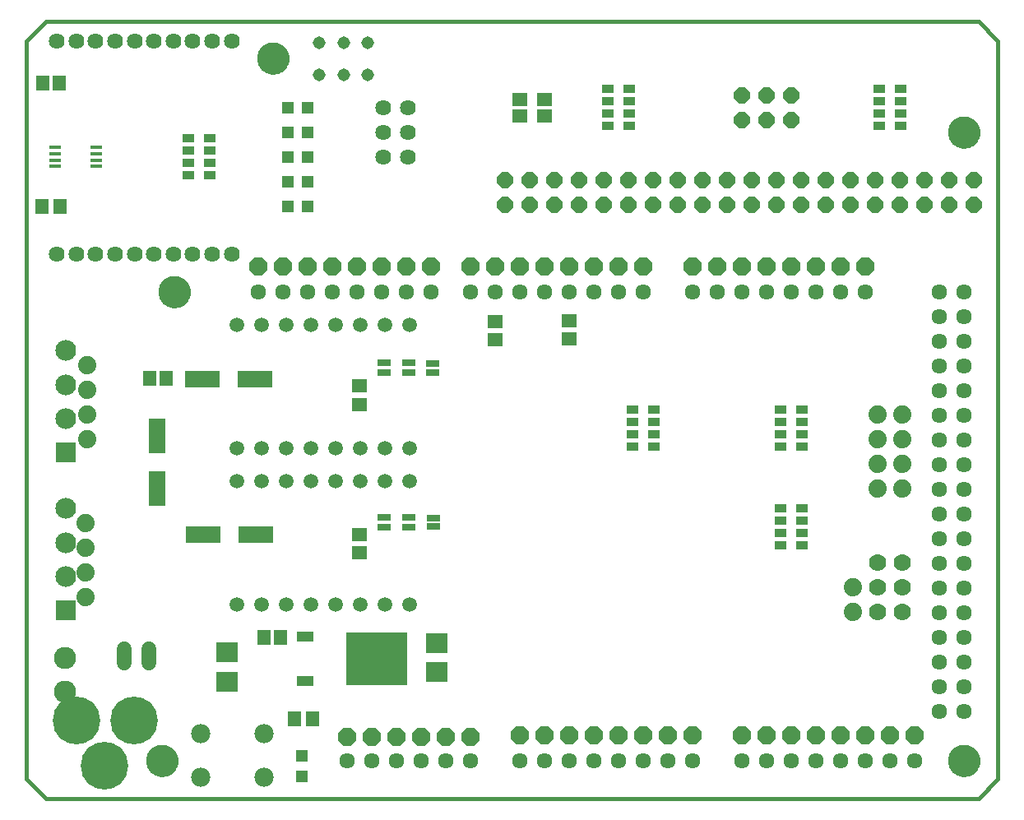
<source format=gts>
G75*
G70*
%OFA0B0*%
%FSLAX24Y24*%
%IPPOS*%
%LPD*%
%AMOC8*
5,1,8,0,0,1.08239X$1,22.5*
%
%ADD10C,0.0160*%
%ADD11C,0.0000*%
%ADD12C,0.1300*%
%ADD13C,0.0634*%
%ADD14R,0.0512X0.0512*%
%ADD15R,0.0670X0.1418*%
%ADD16R,0.0631X0.0552*%
%ADD17C,0.0740*%
%ADD18C,0.0594*%
%ADD19C,0.0640*%
%ADD20R,0.0552X0.0631*%
%ADD21R,0.1418X0.0670*%
%ADD22R,0.0906X0.0827*%
%ADD23C,0.1930*%
%ADD24C,0.0600*%
%ADD25R,0.0512X0.0158*%
%ADD26OC8,0.0640*%
%ADD27R,0.0840X0.0840*%
%ADD28C,0.0840*%
%ADD29C,0.0900*%
%ADD30C,0.0780*%
%ADD31R,0.2481X0.2166*%
%ADD32R,0.0670X0.0434*%
%ADD33R,0.0473X0.0335*%
%ADD34C,0.0516*%
%ADD35OC8,0.0740*%
%ADD36C,0.0700*%
%ADD37R,0.0540X0.0290*%
D10*
X001915Y001977D02*
X002702Y001189D01*
X040498Y001189D01*
X041285Y001977D01*
X041285Y031898D01*
X040498Y032685D01*
X002702Y032685D01*
X001915Y031898D01*
X001915Y001977D01*
D11*
X006785Y002721D02*
X006787Y002771D01*
X006793Y002821D01*
X006803Y002870D01*
X006817Y002918D01*
X006834Y002965D01*
X006855Y003010D01*
X006880Y003054D01*
X006908Y003095D01*
X006940Y003134D01*
X006974Y003171D01*
X007011Y003205D01*
X007051Y003235D01*
X007093Y003262D01*
X007137Y003286D01*
X007183Y003307D01*
X007230Y003323D01*
X007278Y003336D01*
X007328Y003345D01*
X007377Y003350D01*
X007428Y003351D01*
X007478Y003348D01*
X007527Y003341D01*
X007576Y003330D01*
X007624Y003315D01*
X007670Y003297D01*
X007715Y003275D01*
X007758Y003249D01*
X007799Y003220D01*
X007838Y003188D01*
X007874Y003153D01*
X007906Y003115D01*
X007936Y003075D01*
X007963Y003032D01*
X007986Y002988D01*
X008005Y002942D01*
X008021Y002894D01*
X008033Y002845D01*
X008041Y002796D01*
X008045Y002746D01*
X008045Y002696D01*
X008041Y002646D01*
X008033Y002597D01*
X008021Y002548D01*
X008005Y002500D01*
X007986Y002454D01*
X007963Y002410D01*
X007936Y002367D01*
X007906Y002327D01*
X007874Y002289D01*
X007838Y002254D01*
X007799Y002222D01*
X007758Y002193D01*
X007715Y002167D01*
X007670Y002145D01*
X007624Y002127D01*
X007576Y002112D01*
X007527Y002101D01*
X007478Y002094D01*
X007428Y002091D01*
X007377Y002092D01*
X007328Y002097D01*
X007278Y002106D01*
X007230Y002119D01*
X007183Y002135D01*
X007137Y002156D01*
X007093Y002180D01*
X007051Y002207D01*
X007011Y002237D01*
X006974Y002271D01*
X006940Y002308D01*
X006908Y002347D01*
X006880Y002388D01*
X006855Y002432D01*
X006834Y002477D01*
X006817Y002524D01*
X006803Y002572D01*
X006793Y002621D01*
X006787Y002671D01*
X006785Y002721D01*
X007285Y021721D02*
X007287Y021771D01*
X007293Y021821D01*
X007303Y021870D01*
X007317Y021918D01*
X007334Y021965D01*
X007355Y022010D01*
X007380Y022054D01*
X007408Y022095D01*
X007440Y022134D01*
X007474Y022171D01*
X007511Y022205D01*
X007551Y022235D01*
X007593Y022262D01*
X007637Y022286D01*
X007683Y022307D01*
X007730Y022323D01*
X007778Y022336D01*
X007828Y022345D01*
X007877Y022350D01*
X007928Y022351D01*
X007978Y022348D01*
X008027Y022341D01*
X008076Y022330D01*
X008124Y022315D01*
X008170Y022297D01*
X008215Y022275D01*
X008258Y022249D01*
X008299Y022220D01*
X008338Y022188D01*
X008374Y022153D01*
X008406Y022115D01*
X008436Y022075D01*
X008463Y022032D01*
X008486Y021988D01*
X008505Y021942D01*
X008521Y021894D01*
X008533Y021845D01*
X008541Y021796D01*
X008545Y021746D01*
X008545Y021696D01*
X008541Y021646D01*
X008533Y021597D01*
X008521Y021548D01*
X008505Y021500D01*
X008486Y021454D01*
X008463Y021410D01*
X008436Y021367D01*
X008406Y021327D01*
X008374Y021289D01*
X008338Y021254D01*
X008299Y021222D01*
X008258Y021193D01*
X008215Y021167D01*
X008170Y021145D01*
X008124Y021127D01*
X008076Y021112D01*
X008027Y021101D01*
X007978Y021094D01*
X007928Y021091D01*
X007877Y021092D01*
X007828Y021097D01*
X007778Y021106D01*
X007730Y021119D01*
X007683Y021135D01*
X007637Y021156D01*
X007593Y021180D01*
X007551Y021207D01*
X007511Y021237D01*
X007474Y021271D01*
X007440Y021308D01*
X007408Y021347D01*
X007380Y021388D01*
X007355Y021432D01*
X007334Y021477D01*
X007317Y021524D01*
X007303Y021572D01*
X007293Y021621D01*
X007287Y021671D01*
X007285Y021721D01*
X011285Y031189D02*
X011287Y031239D01*
X011293Y031289D01*
X011303Y031338D01*
X011317Y031386D01*
X011334Y031433D01*
X011355Y031478D01*
X011380Y031522D01*
X011408Y031563D01*
X011440Y031602D01*
X011474Y031639D01*
X011511Y031673D01*
X011551Y031703D01*
X011593Y031730D01*
X011637Y031754D01*
X011683Y031775D01*
X011730Y031791D01*
X011778Y031804D01*
X011828Y031813D01*
X011877Y031818D01*
X011928Y031819D01*
X011978Y031816D01*
X012027Y031809D01*
X012076Y031798D01*
X012124Y031783D01*
X012170Y031765D01*
X012215Y031743D01*
X012258Y031717D01*
X012299Y031688D01*
X012338Y031656D01*
X012374Y031621D01*
X012406Y031583D01*
X012436Y031543D01*
X012463Y031500D01*
X012486Y031456D01*
X012505Y031410D01*
X012521Y031362D01*
X012533Y031313D01*
X012541Y031264D01*
X012545Y031214D01*
X012545Y031164D01*
X012541Y031114D01*
X012533Y031065D01*
X012521Y031016D01*
X012505Y030968D01*
X012486Y030922D01*
X012463Y030878D01*
X012436Y030835D01*
X012406Y030795D01*
X012374Y030757D01*
X012338Y030722D01*
X012299Y030690D01*
X012258Y030661D01*
X012215Y030635D01*
X012170Y030613D01*
X012124Y030595D01*
X012076Y030580D01*
X012027Y030569D01*
X011978Y030562D01*
X011928Y030559D01*
X011877Y030560D01*
X011828Y030565D01*
X011778Y030574D01*
X011730Y030587D01*
X011683Y030603D01*
X011637Y030624D01*
X011593Y030648D01*
X011551Y030675D01*
X011511Y030705D01*
X011474Y030739D01*
X011440Y030776D01*
X011408Y030815D01*
X011380Y030856D01*
X011355Y030900D01*
X011334Y030945D01*
X011317Y030992D01*
X011303Y031040D01*
X011293Y031089D01*
X011287Y031139D01*
X011285Y031189D01*
X039285Y028189D02*
X039287Y028239D01*
X039293Y028289D01*
X039303Y028338D01*
X039317Y028386D01*
X039334Y028433D01*
X039355Y028478D01*
X039380Y028522D01*
X039408Y028563D01*
X039440Y028602D01*
X039474Y028639D01*
X039511Y028673D01*
X039551Y028703D01*
X039593Y028730D01*
X039637Y028754D01*
X039683Y028775D01*
X039730Y028791D01*
X039778Y028804D01*
X039828Y028813D01*
X039877Y028818D01*
X039928Y028819D01*
X039978Y028816D01*
X040027Y028809D01*
X040076Y028798D01*
X040124Y028783D01*
X040170Y028765D01*
X040215Y028743D01*
X040258Y028717D01*
X040299Y028688D01*
X040338Y028656D01*
X040374Y028621D01*
X040406Y028583D01*
X040436Y028543D01*
X040463Y028500D01*
X040486Y028456D01*
X040505Y028410D01*
X040521Y028362D01*
X040533Y028313D01*
X040541Y028264D01*
X040545Y028214D01*
X040545Y028164D01*
X040541Y028114D01*
X040533Y028065D01*
X040521Y028016D01*
X040505Y027968D01*
X040486Y027922D01*
X040463Y027878D01*
X040436Y027835D01*
X040406Y027795D01*
X040374Y027757D01*
X040338Y027722D01*
X040299Y027690D01*
X040258Y027661D01*
X040215Y027635D01*
X040170Y027613D01*
X040124Y027595D01*
X040076Y027580D01*
X040027Y027569D01*
X039978Y027562D01*
X039928Y027559D01*
X039877Y027560D01*
X039828Y027565D01*
X039778Y027574D01*
X039730Y027587D01*
X039683Y027603D01*
X039637Y027624D01*
X039593Y027648D01*
X039551Y027675D01*
X039511Y027705D01*
X039474Y027739D01*
X039440Y027776D01*
X039408Y027815D01*
X039380Y027856D01*
X039355Y027900D01*
X039334Y027945D01*
X039317Y027992D01*
X039303Y028040D01*
X039293Y028089D01*
X039287Y028139D01*
X039285Y028189D01*
X039285Y002721D02*
X039287Y002771D01*
X039293Y002821D01*
X039303Y002870D01*
X039317Y002918D01*
X039334Y002965D01*
X039355Y003010D01*
X039380Y003054D01*
X039408Y003095D01*
X039440Y003134D01*
X039474Y003171D01*
X039511Y003205D01*
X039551Y003235D01*
X039593Y003262D01*
X039637Y003286D01*
X039683Y003307D01*
X039730Y003323D01*
X039778Y003336D01*
X039828Y003345D01*
X039877Y003350D01*
X039928Y003351D01*
X039978Y003348D01*
X040027Y003341D01*
X040076Y003330D01*
X040124Y003315D01*
X040170Y003297D01*
X040215Y003275D01*
X040258Y003249D01*
X040299Y003220D01*
X040338Y003188D01*
X040374Y003153D01*
X040406Y003115D01*
X040436Y003075D01*
X040463Y003032D01*
X040486Y002988D01*
X040505Y002942D01*
X040521Y002894D01*
X040533Y002845D01*
X040541Y002796D01*
X040545Y002746D01*
X040545Y002696D01*
X040541Y002646D01*
X040533Y002597D01*
X040521Y002548D01*
X040505Y002500D01*
X040486Y002454D01*
X040463Y002410D01*
X040436Y002367D01*
X040406Y002327D01*
X040374Y002289D01*
X040338Y002254D01*
X040299Y002222D01*
X040258Y002193D01*
X040215Y002167D01*
X040170Y002145D01*
X040124Y002127D01*
X040076Y002112D01*
X040027Y002101D01*
X039978Y002094D01*
X039928Y002091D01*
X039877Y002092D01*
X039828Y002097D01*
X039778Y002106D01*
X039730Y002119D01*
X039683Y002135D01*
X039637Y002156D01*
X039593Y002180D01*
X039551Y002207D01*
X039511Y002237D01*
X039474Y002271D01*
X039440Y002308D01*
X039408Y002347D01*
X039380Y002388D01*
X039355Y002432D01*
X039334Y002477D01*
X039317Y002524D01*
X039303Y002572D01*
X039293Y002621D01*
X039287Y002671D01*
X039285Y002721D01*
D12*
X039915Y002721D03*
X039915Y028189D03*
X011915Y031189D03*
X007915Y021721D03*
X007415Y002721D03*
D13*
X014915Y002721D03*
X015915Y002721D03*
X016915Y002721D03*
X017915Y002721D03*
X018915Y002721D03*
X019915Y002721D03*
X021915Y002721D03*
X022915Y002721D03*
X023915Y002721D03*
X024915Y002721D03*
X025915Y002721D03*
X026915Y002721D03*
X027915Y002721D03*
X028915Y002721D03*
X030915Y002721D03*
X031915Y002721D03*
X032915Y002721D03*
X033915Y002721D03*
X034915Y002721D03*
X035915Y002721D03*
X036915Y002721D03*
X037915Y002721D03*
X038915Y004721D03*
X039915Y004721D03*
X039915Y005721D03*
X038915Y005721D03*
X038915Y006721D03*
X039915Y006721D03*
X039915Y007721D03*
X038915Y007721D03*
X038915Y008721D03*
X039915Y008721D03*
X039915Y009721D03*
X038915Y009721D03*
X038915Y010721D03*
X039915Y010721D03*
X039915Y011721D03*
X038915Y011721D03*
X038915Y012721D03*
X039915Y012721D03*
X039915Y013721D03*
X038915Y013721D03*
X038915Y014721D03*
X039915Y014721D03*
X039915Y015721D03*
X038915Y015721D03*
X038915Y016721D03*
X039915Y016721D03*
X039915Y017721D03*
X038915Y017721D03*
X038915Y018721D03*
X039915Y018721D03*
X039915Y019721D03*
X038915Y019721D03*
X038915Y020721D03*
X039915Y020721D03*
X039915Y021721D03*
X038915Y021721D03*
X035915Y021721D03*
X034915Y021721D03*
X033915Y021721D03*
X032915Y021721D03*
X031915Y021721D03*
X030915Y021721D03*
X029915Y021721D03*
X028915Y021721D03*
X026915Y021721D03*
X025915Y021721D03*
X024915Y021721D03*
X023915Y021721D03*
X022915Y021721D03*
X021915Y021721D03*
X020915Y021721D03*
X019915Y021721D03*
X018315Y021721D03*
X017315Y021721D03*
X016315Y021721D03*
X015315Y021721D03*
X014315Y021721D03*
X013315Y021721D03*
X012315Y021721D03*
X011315Y021721D03*
D14*
X012502Y025189D03*
X013328Y025189D03*
X013328Y026189D03*
X012502Y026189D03*
X012502Y027189D03*
X013328Y027189D03*
X013328Y028189D03*
X012502Y028189D03*
X012502Y029189D03*
X013328Y029189D03*
X013074Y002923D03*
X013074Y002096D03*
D15*
X007206Y013764D03*
X007206Y015890D03*
D16*
X015415Y017165D03*
X015415Y017913D03*
X020907Y019783D03*
X020907Y020531D03*
X023915Y020563D03*
X023915Y019815D03*
X015428Y011890D03*
X015428Y011142D03*
X021915Y028855D03*
X021915Y029524D03*
X022915Y029524D03*
X022915Y028855D03*
D17*
X036415Y016739D03*
X037415Y016739D03*
X037415Y015739D03*
X036415Y015739D03*
X036415Y014739D03*
X037415Y014739D03*
X037415Y013739D03*
X036415Y013739D03*
X035415Y009739D03*
X035415Y008739D03*
X004315Y009358D03*
X004315Y010358D03*
X004315Y011358D03*
X004315Y012358D03*
X004365Y015755D03*
X004365Y016755D03*
X004365Y017755D03*
X004365Y018755D03*
D18*
X010443Y020386D03*
X011443Y020386D03*
X012443Y020386D03*
X013443Y020386D03*
X014443Y020386D03*
X015443Y020386D03*
X016443Y020386D03*
X017443Y020386D03*
X017443Y015386D03*
X016443Y015386D03*
X015443Y015386D03*
X014443Y015386D03*
X013443Y015386D03*
X012443Y015386D03*
X011443Y015386D03*
X010443Y015386D03*
X010462Y014067D03*
X011462Y014067D03*
X012462Y014067D03*
X013462Y014067D03*
X014462Y014067D03*
X015462Y014067D03*
X016462Y014067D03*
X017462Y014067D03*
X017462Y009067D03*
X016462Y009067D03*
X015462Y009067D03*
X014462Y009067D03*
X013462Y009067D03*
X012462Y009067D03*
X011462Y009067D03*
X010462Y009067D03*
D19*
X010234Y023237D03*
X009446Y023237D03*
X008659Y023237D03*
X007872Y023237D03*
X007084Y023237D03*
X006297Y023237D03*
X005509Y023237D03*
X004722Y023237D03*
X003935Y023237D03*
X003147Y023237D03*
X003147Y031898D03*
X003935Y031898D03*
X004722Y031898D03*
X005509Y031898D03*
X006297Y031898D03*
X007084Y031898D03*
X007872Y031898D03*
X008659Y031898D03*
X009446Y031898D03*
X010234Y031898D03*
X016381Y029186D03*
X017381Y029186D03*
X017381Y028186D03*
X017381Y027186D03*
X016381Y027186D03*
X016381Y028186D03*
D20*
X007594Y018234D03*
X006925Y018234D03*
X003289Y025189D03*
X002541Y025189D03*
X002580Y030189D03*
X003250Y030189D03*
X011544Y007732D03*
X012214Y007732D03*
X012774Y004421D03*
X013522Y004421D03*
D21*
X011200Y011870D03*
X009074Y011870D03*
X009052Y018186D03*
X011178Y018186D03*
D22*
X018540Y007493D03*
X018540Y006312D03*
X010052Y005925D03*
X010052Y007106D03*
D23*
X006269Y004366D03*
X003946Y004366D03*
X005088Y002516D03*
D24*
X005886Y006699D02*
X005886Y007259D01*
X006886Y007259D02*
X006886Y006699D01*
D25*
X004746Y026806D03*
X004746Y027062D03*
X004746Y027318D03*
X004746Y027574D03*
X003083Y027574D03*
X003083Y027318D03*
X003083Y027062D03*
X003083Y026806D03*
D26*
X021302Y026247D03*
X022302Y026247D03*
X022302Y025247D03*
X021302Y025247D03*
X023302Y025247D03*
X024302Y025247D03*
X025302Y025247D03*
X026302Y025247D03*
X027302Y025247D03*
X028302Y025247D03*
X029302Y025247D03*
X030302Y025247D03*
X031302Y025247D03*
X032302Y025247D03*
X033302Y025247D03*
X034302Y025247D03*
X035302Y025247D03*
X036302Y025247D03*
X037302Y025247D03*
X038302Y025247D03*
X039302Y025247D03*
X040302Y025247D03*
X040302Y026247D03*
X039302Y026247D03*
X038302Y026247D03*
X037302Y026247D03*
X036302Y026247D03*
X035302Y026247D03*
X034302Y026247D03*
X033302Y026247D03*
X032302Y026247D03*
X031302Y026247D03*
X030302Y026247D03*
X029302Y026247D03*
X028302Y026247D03*
X027302Y026247D03*
X026302Y026247D03*
X025302Y026247D03*
X024302Y026247D03*
X023302Y026247D03*
X030915Y028689D03*
X031915Y028689D03*
X032915Y028689D03*
X032915Y029689D03*
X031915Y029689D03*
X030915Y029689D03*
D27*
X003515Y015205D03*
X003515Y008811D03*
D28*
X003515Y010189D03*
X003515Y011567D03*
X003515Y012945D03*
X003515Y016583D03*
X003515Y017961D03*
X003515Y019339D03*
D29*
X003484Y006898D03*
X003484Y005520D03*
D30*
X008985Y003829D03*
X008985Y002049D03*
X011545Y002049D03*
X011545Y003829D03*
D31*
X016099Y006839D03*
D32*
X013225Y005942D03*
X013225Y007737D03*
D33*
X026494Y015439D03*
X026494Y015939D03*
X026494Y016439D03*
X026494Y016939D03*
X027336Y016939D03*
X027336Y016439D03*
X027336Y015939D03*
X027336Y015439D03*
X032494Y015439D03*
X032494Y015939D03*
X032494Y016439D03*
X032494Y016939D03*
X033336Y016939D03*
X033336Y016439D03*
X033336Y015939D03*
X033336Y015439D03*
X033336Y012939D03*
X033336Y012439D03*
X033336Y011939D03*
X033336Y011439D03*
X032494Y011439D03*
X032494Y011939D03*
X032494Y012439D03*
X032494Y012939D03*
X036494Y028439D03*
X036494Y028939D03*
X036494Y029439D03*
X036494Y029939D03*
X037336Y029939D03*
X037336Y029439D03*
X037336Y028939D03*
X037336Y028439D03*
X026336Y028439D03*
X026336Y028939D03*
X026336Y029439D03*
X026336Y029939D03*
X025494Y029939D03*
X025494Y029439D03*
X025494Y028939D03*
X025494Y028439D03*
X009336Y027939D03*
X009336Y027439D03*
X009336Y026939D03*
X009336Y026439D03*
X008494Y026439D03*
X008494Y026939D03*
X008494Y027439D03*
X008494Y027939D03*
D34*
X013781Y030509D03*
X014765Y030509D03*
X015749Y030509D03*
X015749Y031809D03*
X014765Y031809D03*
X013781Y031809D03*
D35*
X013315Y022739D03*
X012315Y022739D03*
X011315Y022739D03*
X014315Y022739D03*
X015315Y022739D03*
X016315Y022739D03*
X017315Y022739D03*
X018315Y022739D03*
X019915Y022739D03*
X020915Y022739D03*
X021915Y022739D03*
X022915Y022739D03*
X023915Y022739D03*
X024915Y022739D03*
X025915Y022739D03*
X026915Y022739D03*
X028915Y022739D03*
X029915Y022739D03*
X030915Y022739D03*
X031915Y022739D03*
X032915Y022739D03*
X033915Y022739D03*
X034915Y022739D03*
X035915Y022739D03*
X035915Y003739D03*
X036915Y003739D03*
X037915Y003739D03*
X034915Y003739D03*
X033915Y003739D03*
X032915Y003739D03*
X031915Y003739D03*
X030915Y003739D03*
X028915Y003739D03*
X027915Y003739D03*
X026915Y003739D03*
X025915Y003739D03*
X024915Y003739D03*
X023915Y003739D03*
X022915Y003739D03*
X021915Y003739D03*
X019915Y003689D03*
X018915Y003689D03*
X017915Y003689D03*
X016915Y003689D03*
X015915Y003689D03*
X014915Y003689D03*
D36*
X036415Y008739D03*
X037415Y008739D03*
X037415Y009739D03*
X036415Y009739D03*
X036415Y010739D03*
X037415Y010739D03*
D37*
X018415Y012212D03*
X018415Y012566D03*
X017415Y012589D03*
X017415Y012189D03*
X016415Y012189D03*
X016415Y012589D03*
X016415Y018439D03*
X016415Y018839D03*
X017415Y018839D03*
X017415Y018439D03*
X018365Y018462D03*
X018365Y018816D03*
M02*

</source>
